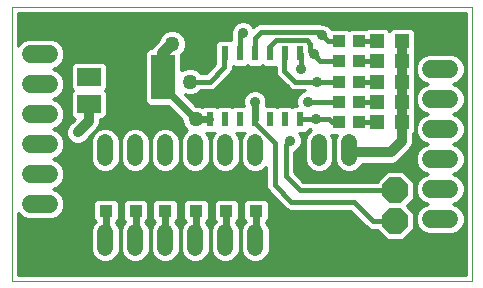
<source format=gtl>
G75*
%MOIN*%
%OFA0B0*%
%FSLAX24Y24*%
%IPPOS*%
%LPD*%
%AMOC8*
5,1,8,0,0,1.08239X$1,22.5*
%
%ADD10C,0.0000*%
%ADD11R,0.0236X0.0472*%
%ADD12C,0.0520*%
%ADD13R,0.0394X0.0433*%
%ADD14R,0.0472X0.0472*%
%ADD15R,0.0433X0.0394*%
%ADD16C,0.0600*%
%ADD17R,0.0787X0.0591*%
%ADD18R,0.0787X0.1496*%
%ADD19OC8,0.0850*%
%ADD20C,0.0160*%
%ADD21C,0.0240*%
%ADD22C,0.0500*%
%ADD23C,0.0356*%
%ADD24C,0.0400*%
%ADD25C,0.0100*%
%ADD26C,0.0320*%
D10*
X000542Y000150D02*
X000542Y009284D01*
X015896Y009284D01*
X015896Y000150D01*
X000542Y000150D01*
D11*
X007152Y005544D03*
X007652Y005544D03*
X008152Y005544D03*
X008652Y005544D03*
X009152Y005544D03*
X009652Y005544D03*
X010152Y005544D03*
X010152Y007748D03*
X009652Y007748D03*
X009152Y007748D03*
X008652Y007748D03*
X008152Y007748D03*
X007652Y007748D03*
X007152Y007748D03*
D12*
X006672Y004784D02*
X006672Y004264D01*
X005672Y004264D02*
X005672Y004784D01*
X004672Y004784D02*
X004672Y004264D01*
X003672Y004264D02*
X003672Y004784D01*
X007672Y004784D02*
X007672Y004264D01*
X008672Y004264D02*
X008672Y004784D01*
X010790Y004784D02*
X010790Y004264D01*
X011790Y004264D02*
X011790Y004784D01*
X011790Y001784D02*
X011790Y001264D01*
X010790Y001264D02*
X010790Y001784D01*
X008672Y001784D02*
X008672Y001264D01*
X007672Y001264D02*
X007672Y001784D01*
X006672Y001784D02*
X006672Y001264D01*
X005672Y001264D02*
X005672Y001784D01*
X004672Y001784D02*
X004672Y001264D01*
X003672Y001264D02*
X003672Y001784D01*
D13*
X011467Y005465D03*
X012136Y005465D03*
X012136Y006134D03*
X011467Y006134D03*
X011467Y006804D03*
X012136Y006804D03*
X012136Y007473D03*
X011467Y007473D03*
X011467Y008142D03*
X012136Y008142D03*
D14*
X012727Y008142D03*
X013554Y008142D03*
X013554Y007473D03*
X012727Y007473D03*
X012727Y006804D03*
X013554Y006804D03*
X013554Y006134D03*
X012727Y006134D03*
X012727Y005465D03*
X013554Y005465D03*
D15*
X008691Y003162D03*
X007707Y003162D03*
X007707Y002493D03*
X008691Y002493D03*
X006684Y002493D03*
X005660Y002493D03*
X004676Y002493D03*
X003691Y002493D03*
X003691Y003162D03*
X004676Y003162D03*
X005660Y003162D03*
X006684Y003162D03*
D16*
X001787Y002717D02*
X001187Y002717D01*
X001187Y001717D02*
X001787Y001717D01*
X001787Y003717D02*
X001187Y003717D01*
X001187Y004717D02*
X001787Y004717D01*
X001787Y005717D02*
X001187Y005717D01*
X001187Y006717D02*
X001787Y006717D01*
X001787Y007717D02*
X001187Y007717D01*
X014533Y007217D02*
X015133Y007217D01*
X015133Y006217D02*
X014533Y006217D01*
X014533Y005217D02*
X015133Y005217D01*
X015133Y004217D02*
X014533Y004217D01*
X014533Y003217D02*
X015133Y003217D01*
X015133Y002217D02*
X014533Y002217D01*
D17*
X003121Y006056D03*
X003121Y006961D03*
X003121Y007867D03*
D18*
X005601Y006961D03*
D19*
X013337Y003181D03*
X013337Y002158D03*
D20*
X012589Y002158D01*
X011959Y002788D01*
X009872Y002788D01*
X009321Y003339D01*
X009321Y004756D01*
X008652Y005426D01*
X008652Y005544D01*
X009676Y004678D02*
X009833Y004835D01*
X009676Y004678D02*
X009676Y003654D01*
X010148Y003181D01*
X013337Y003181D01*
X012727Y005465D02*
X012136Y005465D01*
X011467Y005465D02*
X011211Y005465D01*
X011132Y005544D01*
X010699Y005544D01*
X010152Y005544D01*
X010424Y006134D02*
X011467Y006134D01*
X011428Y006134D01*
X012136Y006134D02*
X012727Y006134D01*
X012727Y006804D02*
X012136Y006804D01*
X011467Y006804D02*
X010739Y006804D01*
X009991Y006804D01*
X009636Y007158D01*
X009636Y007733D01*
X009652Y007748D01*
X009164Y007760D02*
X009164Y007985D01*
X009361Y008181D01*
X010384Y008181D01*
X010502Y008063D01*
X010502Y007827D01*
X010621Y007709D01*
X010837Y007493D01*
X011447Y007493D01*
X011467Y007473D01*
X012136Y007473D02*
X012727Y007473D01*
X012727Y008142D02*
X012136Y008142D01*
X011467Y008142D02*
X011093Y008142D01*
X010896Y008339D01*
X010778Y008457D01*
X008849Y008457D01*
X008652Y008260D01*
X008652Y007748D01*
X009152Y007748D02*
X009164Y007760D01*
X010152Y007748D02*
X010187Y007713D01*
X010187Y007237D01*
X008258Y008418D02*
X008152Y008311D01*
X008152Y007748D01*
X007652Y007748D02*
X007628Y007725D01*
X007628Y007276D01*
X007156Y006804D01*
X006487Y006804D01*
D21*
X005601Y006961D02*
X005601Y006626D01*
X006684Y005544D01*
X007152Y005544D01*
X008652Y005544D02*
X008652Y006134D01*
X008691Y002493D02*
X008691Y001544D01*
X008672Y001524D01*
X007707Y001559D02*
X007672Y001524D01*
X007707Y001559D02*
X007707Y002493D01*
X006684Y002493D02*
X006684Y001536D01*
X006672Y001524D01*
X005672Y001524D02*
X005660Y001536D01*
X005660Y002493D01*
X004676Y002493D02*
X004676Y001528D01*
X004672Y001524D01*
X003691Y001544D02*
X003672Y001524D01*
X003691Y001544D02*
X003691Y002493D01*
D22*
X006684Y005544D03*
X006487Y006804D03*
X005896Y008063D03*
D23*
X007077Y008260D03*
X008258Y008418D03*
X010187Y007237D03*
X010621Y007709D03*
X010896Y008339D03*
X010739Y006804D03*
X010424Y006134D03*
X010699Y005544D03*
X009833Y004835D03*
X008652Y006134D03*
X009282Y006213D03*
X007943Y006134D03*
X003967Y008221D03*
X002392Y008024D03*
X002747Y005111D03*
X002707Y004244D03*
X004203Y003654D03*
X005148Y003654D03*
X006172Y003654D03*
X007195Y003654D03*
X008180Y003654D03*
X009400Y002237D03*
X012510Y003772D03*
X014321Y008142D03*
X002432Y002591D03*
D24*
X005601Y006961D02*
X005601Y007768D01*
X005896Y008063D01*
D25*
X006326Y008227D02*
X007862Y008227D01*
X007857Y008195D02*
X007447Y008195D01*
X007324Y008072D01*
X007324Y007425D01*
X007338Y007411D01*
X007338Y007396D01*
X007036Y007094D01*
X006847Y007094D01*
X006747Y007194D01*
X006578Y007264D01*
X006395Y007264D01*
X006226Y007194D01*
X006205Y007172D01*
X006205Y007721D01*
X006286Y007803D01*
X006356Y007972D01*
X006356Y008155D01*
X006286Y008324D01*
X006157Y008453D01*
X005988Y008523D01*
X005805Y008523D01*
X005636Y008453D01*
X005506Y008324D01*
X005456Y008203D01*
X005253Y008000D01*
X005220Y007919D01*
X005120Y007919D01*
X004997Y007796D01*
X004997Y006126D01*
X005120Y006003D01*
X005758Y006003D01*
X006224Y005537D01*
X006224Y005452D01*
X006294Y005283D01*
X006400Y005177D01*
X006273Y005050D01*
X006202Y004878D01*
X006141Y004878D01*
X006142Y004878D02*
X006070Y005050D01*
X005938Y005182D01*
X005765Y005254D01*
X005578Y005254D01*
X005405Y005182D01*
X005273Y005050D01*
X005202Y004878D01*
X005141Y004878D01*
X005142Y004878D02*
X005070Y005050D01*
X004938Y005182D01*
X004765Y005254D01*
X004578Y005254D01*
X004405Y005182D01*
X004273Y005050D01*
X004202Y004878D01*
X004141Y004878D01*
X004142Y004878D02*
X004070Y005050D01*
X003938Y005182D01*
X003765Y005254D01*
X003578Y005254D01*
X003405Y005182D01*
X003273Y005050D01*
X003202Y004878D01*
X003063Y004878D01*
X003076Y004891D02*
X003094Y004935D01*
X003434Y005275D01*
X003491Y005411D01*
X003491Y005550D01*
X003601Y005550D01*
X003724Y005673D01*
X003724Y006438D01*
X003654Y006508D01*
X003724Y006579D01*
X003724Y007343D01*
X003601Y007466D01*
X002640Y007466D01*
X002517Y007343D01*
X002517Y006579D01*
X002587Y006508D01*
X002517Y006438D01*
X002517Y005673D01*
X002640Y005550D01*
X002663Y005550D01*
X002570Y005458D01*
X002527Y005440D01*
X002417Y005330D01*
X002358Y005188D01*
X002358Y005033D01*
X002417Y004891D01*
X002527Y004782D01*
X002669Y004723D01*
X002824Y004723D01*
X002966Y004782D01*
X003076Y004891D01*
X003136Y004977D02*
X003243Y004977D01*
X003234Y005075D02*
X003298Y005075D01*
X003333Y005174D02*
X003397Y005174D01*
X003431Y005272D02*
X006305Y005272D01*
X006257Y005371D02*
X003474Y005371D01*
X003491Y005469D02*
X006224Y005469D01*
X006193Y005568D02*
X003618Y005568D01*
X003717Y005666D02*
X006095Y005666D01*
X005996Y005765D02*
X003724Y005765D01*
X003724Y005863D02*
X005898Y005863D01*
X005799Y005962D02*
X003724Y005962D01*
X003724Y006060D02*
X005063Y006060D01*
X004997Y006159D02*
X003724Y006159D01*
X003724Y006257D02*
X004997Y006257D01*
X004997Y006356D02*
X003724Y006356D01*
X003708Y006454D02*
X004997Y006454D01*
X004997Y006553D02*
X003698Y006553D01*
X003724Y006651D02*
X004997Y006651D01*
X004997Y006750D02*
X003724Y006750D01*
X003724Y006848D02*
X004997Y006848D01*
X004997Y006947D02*
X003724Y006947D01*
X003724Y007045D02*
X004997Y007045D01*
X004997Y007144D02*
X003724Y007144D01*
X003724Y007242D02*
X004997Y007242D01*
X004997Y007341D02*
X003724Y007341D01*
X003628Y007439D02*
X004997Y007439D01*
X004997Y007538D02*
X002264Y007538D01*
X002297Y007615D02*
X002219Y007428D01*
X002076Y007285D01*
X001912Y007217D01*
X002076Y007149D01*
X002219Y007006D01*
X002297Y006818D01*
X002297Y006615D01*
X002219Y006428D01*
X002076Y006285D01*
X001912Y006217D01*
X002076Y006149D01*
X002219Y006006D01*
X002297Y005818D01*
X002297Y005615D01*
X002219Y005428D01*
X002076Y005285D01*
X001912Y005217D01*
X002076Y005149D01*
X002219Y005006D01*
X002297Y004818D01*
X002297Y004615D01*
X002219Y004428D01*
X002076Y004285D01*
X001912Y004217D01*
X002076Y004149D01*
X002219Y004006D01*
X002297Y003818D01*
X002297Y003615D01*
X002219Y003428D01*
X002076Y003285D01*
X001912Y003217D01*
X002076Y003149D01*
X002219Y003006D01*
X002297Y002818D01*
X002297Y002615D01*
X002219Y002428D01*
X002076Y002285D01*
X001888Y002207D01*
X001085Y002207D01*
X000898Y002285D01*
X000754Y002428D01*
X000752Y002434D01*
X000752Y000360D01*
X015686Y000360D01*
X015686Y009074D01*
X000752Y009074D01*
X000752Y008000D01*
X000754Y008006D01*
X000898Y008149D01*
X001085Y008227D01*
X001888Y008227D01*
X002076Y008149D01*
X002219Y008006D01*
X002297Y007818D01*
X002297Y007615D01*
X002297Y007636D02*
X004997Y007636D01*
X004997Y007735D02*
X002297Y007735D01*
X002291Y007833D02*
X005034Y007833D01*
X005225Y007932D02*
X002250Y007932D01*
X002195Y008030D02*
X005283Y008030D01*
X005381Y008129D02*
X002096Y008129D01*
X002224Y007439D02*
X002613Y007439D01*
X002517Y007341D02*
X002132Y007341D01*
X001973Y007242D02*
X002517Y007242D01*
X002517Y007144D02*
X002081Y007144D01*
X002180Y007045D02*
X002517Y007045D01*
X002517Y006947D02*
X002244Y006947D01*
X002284Y006848D02*
X002517Y006848D01*
X002517Y006750D02*
X002297Y006750D01*
X002297Y006651D02*
X002517Y006651D01*
X002543Y006553D02*
X002271Y006553D01*
X002230Y006454D02*
X002533Y006454D01*
X002517Y006356D02*
X002147Y006356D01*
X002009Y006257D02*
X002517Y006257D01*
X002517Y006159D02*
X002053Y006159D01*
X002165Y006060D02*
X002517Y006060D01*
X002517Y005962D02*
X002237Y005962D01*
X002278Y005863D02*
X002517Y005863D01*
X002517Y005765D02*
X002297Y005765D01*
X002297Y005666D02*
X002524Y005666D01*
X002623Y005568D02*
X002277Y005568D01*
X002236Y005469D02*
X002582Y005469D01*
X002458Y005371D02*
X002161Y005371D01*
X002045Y005272D02*
X002393Y005272D01*
X002358Y005174D02*
X002017Y005174D01*
X002150Y005075D02*
X002358Y005075D01*
X002382Y004977D02*
X002231Y004977D01*
X002272Y004878D02*
X002430Y004878D01*
X002532Y004780D02*
X002297Y004780D01*
X002297Y004681D02*
X003202Y004681D01*
X003202Y004583D02*
X002283Y004583D01*
X002242Y004484D02*
X003202Y004484D01*
X003202Y004386D02*
X002176Y004386D01*
X002078Y004287D02*
X003202Y004287D01*
X003202Y004189D02*
X001981Y004189D01*
X002135Y004090D02*
X003235Y004090D01*
X003202Y004171D02*
X003273Y003998D01*
X003405Y003866D01*
X003578Y003794D01*
X003765Y003794D01*
X003938Y003866D01*
X004070Y003998D01*
X004142Y004171D01*
X004142Y004878D01*
X004202Y004878D02*
X004202Y004171D01*
X004273Y003998D01*
X004405Y003866D01*
X004578Y003794D01*
X004765Y003794D01*
X004938Y003866D01*
X005070Y003998D01*
X005142Y004171D01*
X005142Y004878D01*
X005202Y004878D02*
X005202Y004171D01*
X005273Y003998D01*
X005405Y003866D01*
X005578Y003794D01*
X005765Y003794D01*
X005938Y003866D01*
X006070Y003998D01*
X006142Y004171D01*
X006142Y004878D01*
X006202Y004878D02*
X006202Y004171D01*
X006273Y003998D01*
X006405Y003866D01*
X006578Y003794D01*
X006765Y003794D01*
X006938Y003866D01*
X007070Y003998D01*
X007142Y004171D01*
X007142Y004878D01*
X007141Y004878D02*
X007202Y004878D01*
X007202Y004171D01*
X007273Y003998D01*
X007405Y003866D01*
X007578Y003794D01*
X007765Y003794D01*
X007938Y003866D01*
X008070Y003998D01*
X008142Y004171D01*
X008142Y004878D01*
X008141Y004878D02*
X008202Y004878D01*
X008202Y004171D01*
X008273Y003998D01*
X008405Y003866D01*
X008578Y003794D01*
X008765Y003794D01*
X008938Y003866D01*
X009031Y003959D01*
X009031Y003281D01*
X009075Y003175D01*
X009627Y002624D01*
X009708Y002542D01*
X009815Y002498D01*
X011839Y002498D01*
X012425Y001912D01*
X012531Y001868D01*
X012729Y001868D01*
X013074Y001523D01*
X013600Y001523D01*
X013972Y001895D01*
X013972Y002421D01*
X013723Y002670D01*
X013972Y002918D01*
X013972Y003445D01*
X013600Y003816D01*
X013074Y003816D01*
X012729Y003471D01*
X010268Y003471D01*
X009966Y003774D01*
X009966Y004470D01*
X010053Y004506D01*
X010162Y004615D01*
X010221Y004758D01*
X010221Y004912D01*
X010162Y005055D01*
X010120Y005097D01*
X010357Y005097D01*
X010477Y005217D01*
X010479Y005215D01*
X010540Y005189D01*
X010524Y005182D01*
X010391Y005050D01*
X010320Y004878D01*
X010221Y004878D01*
X010221Y004780D02*
X010320Y004780D01*
X010320Y004878D02*
X010320Y004171D01*
X010391Y003998D01*
X010524Y003866D01*
X010696Y003794D01*
X010883Y003794D01*
X011056Y003866D01*
X011188Y003998D01*
X011260Y004171D01*
X011260Y004878D01*
X011320Y004878D01*
X011320Y004171D01*
X011391Y003998D01*
X011524Y003866D01*
X011696Y003794D01*
X011883Y003794D01*
X012056Y003866D01*
X012188Y003998D01*
X012219Y004071D01*
X013253Y004071D01*
X013389Y004128D01*
X013493Y004232D01*
X013867Y004606D01*
X013924Y004742D01*
X013924Y005066D01*
X014000Y005142D01*
X014000Y005788D01*
X013988Y005800D01*
X014000Y005811D01*
X014000Y006457D01*
X013988Y006469D01*
X014000Y006480D01*
X014000Y007127D01*
X013988Y007138D01*
X014000Y007150D01*
X014000Y007796D01*
X013988Y007807D01*
X014000Y007819D01*
X014000Y008465D01*
X013877Y008588D01*
X013230Y008588D01*
X013140Y008498D01*
X013050Y008588D01*
X012404Y008588D01*
X012384Y008569D01*
X011852Y008569D01*
X011802Y008518D01*
X011751Y008569D01*
X011215Y008569D01*
X011116Y008668D01*
X010973Y008727D01*
X010884Y008727D01*
X010836Y008747D01*
X008791Y008747D01*
X008685Y008703D01*
X008603Y008621D01*
X008594Y008621D01*
X008597Y008615D02*
X008587Y008638D01*
X008478Y008747D01*
X008336Y008806D01*
X008181Y008806D01*
X008038Y008747D01*
X007929Y008638D01*
X007870Y008495D01*
X007870Y008389D01*
X007862Y008369D01*
X007862Y008190D01*
X007857Y008195D01*
X007862Y008326D02*
X006285Y008326D01*
X006186Y008424D02*
X007870Y008424D01*
X007882Y008523D02*
X005990Y008523D01*
X005803Y008523D02*
X000752Y008523D01*
X000752Y008621D02*
X007922Y008621D01*
X008011Y008720D02*
X000752Y008720D01*
X000752Y008818D02*
X015686Y008818D01*
X015686Y008720D02*
X010992Y008720D01*
X011163Y008621D02*
X015686Y008621D01*
X015686Y008523D02*
X013943Y008523D01*
X014000Y008424D02*
X015686Y008424D01*
X015686Y008326D02*
X014000Y008326D01*
X014000Y008227D02*
X015686Y008227D01*
X015686Y008129D02*
X014000Y008129D01*
X014000Y008030D02*
X015686Y008030D01*
X015686Y007932D02*
X014000Y007932D01*
X014000Y007833D02*
X015686Y007833D01*
X015686Y007735D02*
X014000Y007735D01*
X014000Y007636D02*
X014231Y007636D01*
X014244Y007649D02*
X014101Y007506D01*
X014023Y007318D01*
X014023Y007115D01*
X014101Y006928D01*
X014244Y006785D01*
X014408Y006717D01*
X014244Y006649D01*
X014101Y006506D01*
X014023Y006318D01*
X014023Y006115D01*
X014101Y005928D01*
X014244Y005785D01*
X014408Y005717D01*
X014244Y005649D01*
X014101Y005506D01*
X014023Y005318D01*
X014023Y005115D01*
X014101Y004928D01*
X014244Y004785D01*
X014408Y004717D01*
X014244Y004649D01*
X014101Y004506D01*
X014023Y004318D01*
X014023Y004115D01*
X014101Y003928D01*
X014244Y003785D01*
X014408Y003717D01*
X014244Y003649D01*
X014101Y003506D01*
X014023Y003318D01*
X014023Y003115D01*
X014101Y002928D01*
X014244Y002785D01*
X014408Y002717D01*
X014244Y002649D01*
X014101Y002506D01*
X014023Y002318D01*
X014023Y002115D01*
X014101Y001928D01*
X014244Y001785D01*
X014432Y001707D01*
X015235Y001707D01*
X015422Y001785D01*
X015565Y001928D01*
X015643Y002115D01*
X015643Y002318D01*
X015565Y002506D01*
X015422Y002649D01*
X015259Y002717D01*
X015422Y002785D01*
X015565Y002928D01*
X015643Y003115D01*
X015643Y003318D01*
X015565Y003506D01*
X015422Y003649D01*
X015259Y003717D01*
X015422Y003785D01*
X015565Y003928D01*
X015643Y004115D01*
X015643Y004318D01*
X015565Y004506D01*
X015422Y004649D01*
X015259Y004717D01*
X015422Y004785D01*
X015565Y004928D01*
X015643Y005115D01*
X015643Y005318D01*
X015565Y005506D01*
X015422Y005649D01*
X015259Y005717D01*
X015422Y005785D01*
X015565Y005928D01*
X015643Y006115D01*
X015643Y006318D01*
X015565Y006506D01*
X015422Y006649D01*
X015259Y006717D01*
X015422Y006785D01*
X015565Y006928D01*
X015643Y007115D01*
X015643Y007318D01*
X015565Y007506D01*
X015422Y007649D01*
X015235Y007727D01*
X014432Y007727D01*
X014244Y007649D01*
X014132Y007538D02*
X014000Y007538D01*
X014000Y007439D02*
X014073Y007439D01*
X014032Y007341D02*
X014000Y007341D01*
X014000Y007242D02*
X014023Y007242D01*
X014023Y007144D02*
X013994Y007144D01*
X014000Y007045D02*
X014052Y007045D01*
X014093Y006947D02*
X014000Y006947D01*
X014000Y006848D02*
X014181Y006848D01*
X014329Y006750D02*
X014000Y006750D01*
X014000Y006651D02*
X014248Y006651D01*
X014147Y006553D02*
X014000Y006553D01*
X014000Y006454D02*
X014079Y006454D01*
X014039Y006356D02*
X014000Y006356D01*
X014000Y006257D02*
X014023Y006257D01*
X014023Y006159D02*
X014000Y006159D01*
X014000Y006060D02*
X014046Y006060D01*
X014087Y005962D02*
X014000Y005962D01*
X014000Y005863D02*
X014166Y005863D01*
X014293Y005765D02*
X014000Y005765D01*
X014000Y005666D02*
X014285Y005666D01*
X014162Y005568D02*
X014000Y005568D01*
X014000Y005469D02*
X014086Y005469D01*
X014045Y005371D02*
X014000Y005371D01*
X014000Y005272D02*
X014023Y005272D01*
X014023Y005174D02*
X014000Y005174D01*
X014040Y005075D02*
X013933Y005075D01*
X013924Y004977D02*
X014081Y004977D01*
X014151Y004878D02*
X013924Y004878D01*
X013924Y004780D02*
X014256Y004780D01*
X014321Y004681D02*
X013898Y004681D01*
X013844Y004583D02*
X014177Y004583D01*
X014092Y004484D02*
X013746Y004484D01*
X013647Y004386D02*
X014051Y004386D01*
X014023Y004287D02*
X013549Y004287D01*
X013450Y004189D02*
X014023Y004189D01*
X014034Y004090D02*
X013298Y004090D01*
X013052Y003795D02*
X011884Y003795D01*
X011695Y003795D02*
X010884Y003795D01*
X010695Y003795D02*
X009966Y003795D01*
X009966Y003893D02*
X010496Y003893D01*
X010398Y003992D02*
X009966Y003992D01*
X009966Y004090D02*
X010353Y004090D01*
X010320Y004189D02*
X009966Y004189D01*
X009966Y004287D02*
X010320Y004287D01*
X010320Y004386D02*
X009966Y004386D01*
X010000Y004484D02*
X010320Y004484D01*
X010320Y004583D02*
X010129Y004583D01*
X010189Y004681D02*
X010320Y004681D01*
X010361Y004977D02*
X010195Y004977D01*
X010142Y005075D02*
X010416Y005075D01*
X010433Y005174D02*
X010515Y005174D01*
X011193Y005038D02*
X011260Y004878D01*
X011320Y004878D02*
X011386Y005038D01*
X011193Y005038D01*
X011219Y004977D02*
X011361Y004977D01*
X011320Y004780D02*
X011260Y004780D01*
X011260Y004681D02*
X011320Y004681D01*
X011320Y004583D02*
X011260Y004583D01*
X011260Y004484D02*
X011320Y004484D01*
X011320Y004386D02*
X011260Y004386D01*
X011260Y004287D02*
X011320Y004287D01*
X011320Y004189D02*
X011260Y004189D01*
X011226Y004090D02*
X011353Y004090D01*
X011398Y003992D02*
X011182Y003992D01*
X011083Y003893D02*
X011496Y003893D01*
X012083Y003893D02*
X014136Y003893D01*
X014074Y003992D02*
X012182Y003992D01*
X012855Y003598D02*
X010142Y003598D01*
X010044Y003696D02*
X012954Y003696D01*
X012757Y003499D02*
X010241Y003499D01*
X009342Y002908D02*
X002260Y002908D01*
X002297Y002810D02*
X003298Y002810D01*
X003265Y002776D02*
X003265Y002209D01*
X003348Y002125D01*
X003273Y002050D01*
X003202Y001878D01*
X003202Y001171D01*
X003273Y000998D01*
X003405Y000866D01*
X003578Y000794D01*
X003765Y000794D01*
X003938Y000866D01*
X004070Y000998D01*
X004142Y001171D01*
X004142Y001878D01*
X004070Y002050D01*
X004021Y002099D01*
X004021Y002112D01*
X004118Y002209D01*
X004118Y002776D01*
X003995Y002899D01*
X003388Y002899D01*
X003265Y002776D01*
X003265Y002711D02*
X002297Y002711D01*
X002295Y002613D02*
X003265Y002613D01*
X003265Y002514D02*
X002255Y002514D01*
X002206Y002416D02*
X003265Y002416D01*
X003265Y002317D02*
X002108Y002317D01*
X001916Y002219D02*
X003265Y002219D01*
X003343Y002120D02*
X000752Y002120D01*
X000752Y002022D02*
X003261Y002022D01*
X003221Y001923D02*
X000752Y001923D01*
X000752Y001825D02*
X003202Y001825D01*
X003202Y001726D02*
X000752Y001726D01*
X000752Y001628D02*
X003202Y001628D01*
X003202Y001529D02*
X000752Y001529D01*
X000752Y001431D02*
X003202Y001431D01*
X003202Y001332D02*
X000752Y001332D01*
X000752Y001234D02*
X003202Y001234D01*
X003216Y001135D02*
X000752Y001135D01*
X000752Y001037D02*
X003257Y001037D01*
X003333Y000938D02*
X000752Y000938D01*
X000752Y000840D02*
X003468Y000840D01*
X003875Y000840D02*
X004468Y000840D01*
X004405Y000866D02*
X004578Y000794D01*
X004765Y000794D01*
X004938Y000866D01*
X005070Y000998D01*
X005142Y001171D01*
X005142Y001878D01*
X005070Y002050D01*
X005007Y002113D01*
X005102Y002209D01*
X005102Y002776D01*
X004979Y002899D01*
X004372Y002899D01*
X004249Y002776D01*
X004249Y002209D01*
X004340Y002117D01*
X004273Y002050D01*
X004202Y001878D01*
X004202Y001171D01*
X004273Y000998D01*
X004405Y000866D01*
X004333Y000938D02*
X004010Y000938D01*
X004086Y001037D02*
X004257Y001037D01*
X004216Y001135D02*
X004127Y001135D01*
X004142Y001234D02*
X004202Y001234D01*
X004202Y001332D02*
X004142Y001332D01*
X004142Y001431D02*
X004202Y001431D01*
X004202Y001529D02*
X004142Y001529D01*
X004142Y001628D02*
X004202Y001628D01*
X004202Y001726D02*
X004142Y001726D01*
X004142Y001825D02*
X004202Y001825D01*
X004221Y001923D02*
X004123Y001923D01*
X004082Y002022D02*
X004261Y002022D01*
X004338Y002120D02*
X004029Y002120D01*
X004118Y002219D02*
X004249Y002219D01*
X004249Y002317D02*
X004118Y002317D01*
X004118Y002416D02*
X004249Y002416D01*
X004249Y002514D02*
X004118Y002514D01*
X004118Y002613D02*
X004249Y002613D01*
X004249Y002711D02*
X004118Y002711D01*
X004085Y002810D02*
X004282Y002810D01*
X005069Y002810D02*
X005267Y002810D01*
X005233Y002776D02*
X005233Y002209D01*
X005330Y002112D01*
X005330Y002107D01*
X005273Y002050D01*
X005202Y001878D01*
X005202Y001171D01*
X005273Y000998D01*
X005405Y000866D01*
X005578Y000794D01*
X005765Y000794D01*
X005938Y000866D01*
X006070Y000998D01*
X006142Y001171D01*
X006142Y001878D01*
X006070Y002050D01*
X005999Y002121D01*
X006086Y002209D01*
X006086Y002776D01*
X005963Y002899D01*
X005356Y002899D01*
X005233Y002776D01*
X005233Y002711D02*
X005102Y002711D01*
X005102Y002613D02*
X005233Y002613D01*
X005233Y002514D02*
X005102Y002514D01*
X005102Y002416D02*
X005233Y002416D01*
X005233Y002317D02*
X005102Y002317D01*
X005102Y002219D02*
X005233Y002219D01*
X005322Y002120D02*
X005013Y002120D01*
X005082Y002022D02*
X005261Y002022D01*
X005221Y001923D02*
X005123Y001923D01*
X005142Y001825D02*
X005202Y001825D01*
X005202Y001726D02*
X005142Y001726D01*
X005142Y001628D02*
X005202Y001628D01*
X005202Y001529D02*
X005142Y001529D01*
X005142Y001431D02*
X005202Y001431D01*
X005202Y001332D02*
X005142Y001332D01*
X005142Y001234D02*
X005202Y001234D01*
X005216Y001135D02*
X005127Y001135D01*
X005086Y001037D02*
X005257Y001037D01*
X005333Y000938D02*
X005010Y000938D01*
X004875Y000840D02*
X005468Y000840D01*
X005875Y000840D02*
X006468Y000840D01*
X006405Y000866D02*
X006578Y000794D01*
X006765Y000794D01*
X006938Y000866D01*
X007070Y000998D01*
X007142Y001171D01*
X007142Y001878D01*
X007070Y002050D01*
X007014Y002107D01*
X007014Y002112D01*
X007110Y002209D01*
X007110Y002776D01*
X006987Y002899D01*
X006380Y002899D01*
X006257Y002776D01*
X006257Y002209D01*
X006344Y002121D01*
X006273Y002050D01*
X006202Y001878D01*
X006202Y001171D01*
X006273Y000998D01*
X006405Y000866D01*
X006333Y000938D02*
X006010Y000938D01*
X006086Y001037D02*
X006257Y001037D01*
X006216Y001135D02*
X006127Y001135D01*
X006142Y001234D02*
X006202Y001234D01*
X006202Y001332D02*
X006142Y001332D01*
X006142Y001431D02*
X006202Y001431D01*
X006202Y001529D02*
X006142Y001529D01*
X006142Y001628D02*
X006202Y001628D01*
X006202Y001726D02*
X006142Y001726D01*
X006142Y001825D02*
X006202Y001825D01*
X006221Y001923D02*
X006123Y001923D01*
X006082Y002022D02*
X006261Y002022D01*
X006343Y002120D02*
X006000Y002120D01*
X006086Y002219D02*
X006257Y002219D01*
X006257Y002317D02*
X006086Y002317D01*
X006086Y002416D02*
X006257Y002416D01*
X006257Y002514D02*
X006086Y002514D01*
X006086Y002613D02*
X006257Y002613D01*
X006257Y002711D02*
X006086Y002711D01*
X006053Y002810D02*
X006290Y002810D01*
X007077Y002810D02*
X007314Y002810D01*
X007281Y002776D02*
X007281Y002209D01*
X007356Y002133D01*
X007273Y002050D01*
X007202Y001878D01*
X007202Y001171D01*
X007273Y000998D01*
X007405Y000866D01*
X007578Y000794D01*
X007765Y000794D01*
X007938Y000866D01*
X008070Y000998D01*
X008142Y001171D01*
X008142Y001878D01*
X008070Y002050D01*
X008037Y002083D01*
X008037Y002112D01*
X008134Y002209D01*
X008134Y002776D01*
X008011Y002899D01*
X007404Y002899D01*
X007281Y002776D01*
X007281Y002711D02*
X007110Y002711D01*
X007110Y002613D02*
X007281Y002613D01*
X007281Y002514D02*
X007110Y002514D01*
X007110Y002416D02*
X007281Y002416D01*
X007281Y002317D02*
X007110Y002317D01*
X007110Y002219D02*
X007281Y002219D01*
X007343Y002120D02*
X007021Y002120D01*
X007082Y002022D02*
X007261Y002022D01*
X007221Y001923D02*
X007123Y001923D01*
X007142Y001825D02*
X007202Y001825D01*
X007202Y001726D02*
X007142Y001726D01*
X007142Y001628D02*
X007202Y001628D01*
X007202Y001529D02*
X007142Y001529D01*
X007142Y001431D02*
X007202Y001431D01*
X007202Y001332D02*
X007142Y001332D01*
X007142Y001234D02*
X007202Y001234D01*
X007216Y001135D02*
X007127Y001135D01*
X007086Y001037D02*
X007257Y001037D01*
X007333Y000938D02*
X007010Y000938D01*
X006875Y000840D02*
X007468Y000840D01*
X007875Y000840D02*
X008468Y000840D01*
X008405Y000866D02*
X008578Y000794D01*
X008765Y000794D01*
X008938Y000866D01*
X009070Y000998D01*
X009142Y001171D01*
X009142Y001878D01*
X009070Y002050D01*
X009021Y002099D01*
X009021Y002112D01*
X009118Y002209D01*
X009118Y002776D01*
X008995Y002899D01*
X008388Y002899D01*
X008265Y002776D01*
X008265Y002209D01*
X008348Y002125D01*
X008273Y002050D01*
X008202Y001878D01*
X008202Y001171D01*
X008273Y000998D01*
X008405Y000866D01*
X008333Y000938D02*
X008010Y000938D01*
X008086Y001037D02*
X008257Y001037D01*
X008216Y001135D02*
X008127Y001135D01*
X008142Y001234D02*
X008202Y001234D01*
X008202Y001332D02*
X008142Y001332D01*
X008142Y001431D02*
X008202Y001431D01*
X008202Y001529D02*
X008142Y001529D01*
X008142Y001628D02*
X008202Y001628D01*
X008202Y001726D02*
X008142Y001726D01*
X008142Y001825D02*
X008202Y001825D01*
X008221Y001923D02*
X008123Y001923D01*
X008082Y002022D02*
X008261Y002022D01*
X008343Y002120D02*
X008045Y002120D01*
X008134Y002219D02*
X008265Y002219D01*
X008265Y002317D02*
X008134Y002317D01*
X008134Y002416D02*
X008265Y002416D01*
X008265Y002514D02*
X008134Y002514D01*
X008134Y002613D02*
X008265Y002613D01*
X008265Y002711D02*
X008134Y002711D01*
X008101Y002810D02*
X008298Y002810D01*
X009085Y002810D02*
X009441Y002810D01*
X009539Y002711D02*
X009118Y002711D01*
X009118Y002613D02*
X009638Y002613D01*
X009776Y002514D02*
X009118Y002514D01*
X009118Y002416D02*
X011921Y002416D01*
X012020Y002317D02*
X009118Y002317D01*
X009118Y002219D02*
X012118Y002219D01*
X012217Y002120D02*
X009029Y002120D01*
X009082Y002022D02*
X012315Y002022D01*
X012414Y001923D02*
X009123Y001923D01*
X009142Y001825D02*
X012772Y001825D01*
X012871Y001726D02*
X009142Y001726D01*
X009142Y001628D02*
X012969Y001628D01*
X013068Y001529D02*
X009142Y001529D01*
X009142Y001431D02*
X015686Y001431D01*
X015686Y001529D02*
X013606Y001529D01*
X013705Y001628D02*
X015686Y001628D01*
X015686Y001726D02*
X015281Y001726D01*
X015462Y001825D02*
X015686Y001825D01*
X015686Y001923D02*
X015560Y001923D01*
X015604Y002022D02*
X015686Y002022D01*
X015686Y002120D02*
X015643Y002120D01*
X015643Y002219D02*
X015686Y002219D01*
X015686Y002317D02*
X015643Y002317D01*
X015603Y002416D02*
X015686Y002416D01*
X015686Y002514D02*
X015557Y002514D01*
X015459Y002613D02*
X015686Y002613D01*
X015686Y002711D02*
X015273Y002711D01*
X015447Y002810D02*
X015686Y002810D01*
X015686Y002908D02*
X015545Y002908D01*
X015598Y003007D02*
X015686Y003007D01*
X015686Y003105D02*
X015639Y003105D01*
X015643Y003204D02*
X015686Y003204D01*
X015686Y003302D02*
X015643Y003302D01*
X015609Y003401D02*
X015686Y003401D01*
X015686Y003499D02*
X015568Y003499D01*
X015474Y003598D02*
X015686Y003598D01*
X015686Y003696D02*
X015309Y003696D01*
X015432Y003795D02*
X015686Y003795D01*
X015686Y003893D02*
X015530Y003893D01*
X015592Y003992D02*
X015686Y003992D01*
X015686Y004090D02*
X015633Y004090D01*
X015643Y004189D02*
X015686Y004189D01*
X015686Y004287D02*
X015643Y004287D01*
X015615Y004386D02*
X015686Y004386D01*
X015686Y004484D02*
X015575Y004484D01*
X015489Y004583D02*
X015686Y004583D01*
X015686Y004681D02*
X015345Y004681D01*
X015410Y004780D02*
X015686Y004780D01*
X015686Y004878D02*
X015515Y004878D01*
X015586Y004977D02*
X015686Y004977D01*
X015686Y005075D02*
X015626Y005075D01*
X015643Y005174D02*
X015686Y005174D01*
X015686Y005272D02*
X015643Y005272D01*
X015622Y005371D02*
X015686Y005371D01*
X015686Y005469D02*
X015581Y005469D01*
X015504Y005568D02*
X015686Y005568D01*
X015686Y005666D02*
X015382Y005666D01*
X015374Y005765D02*
X015686Y005765D01*
X015686Y005863D02*
X015500Y005863D01*
X015579Y005962D02*
X015686Y005962D01*
X015686Y006060D02*
X015620Y006060D01*
X015643Y006159D02*
X015686Y006159D01*
X015686Y006257D02*
X015643Y006257D01*
X015628Y006356D02*
X015686Y006356D01*
X015686Y006454D02*
X015587Y006454D01*
X015519Y006553D02*
X015686Y006553D01*
X015686Y006651D02*
X015418Y006651D01*
X015337Y006750D02*
X015686Y006750D01*
X015686Y006848D02*
X015485Y006848D01*
X015573Y006947D02*
X015686Y006947D01*
X015686Y007045D02*
X015614Y007045D01*
X015643Y007144D02*
X015686Y007144D01*
X015686Y007242D02*
X015643Y007242D01*
X015634Y007341D02*
X015686Y007341D01*
X015686Y007439D02*
X015593Y007439D01*
X015534Y007538D02*
X015686Y007538D01*
X015686Y007636D02*
X015435Y007636D01*
X015686Y008917D02*
X000752Y008917D01*
X000752Y009015D02*
X015686Y009015D01*
X013165Y008523D02*
X013116Y008523D01*
X011806Y008523D02*
X011797Y008523D01*
X009346Y007302D02*
X009346Y007100D01*
X009390Y006994D01*
X009745Y006639D01*
X009826Y006558D01*
X009933Y006514D01*
X010325Y006514D01*
X010204Y006463D01*
X010095Y006354D01*
X010036Y006211D01*
X010036Y006057D01*
X010063Y005990D01*
X009947Y005990D01*
X009902Y005945D01*
X009857Y005990D01*
X009447Y005990D01*
X009402Y005945D01*
X009357Y005990D01*
X009012Y005990D01*
X009040Y006057D01*
X009040Y006211D01*
X008981Y006354D01*
X008872Y006463D01*
X008729Y006522D01*
X008575Y006522D01*
X008432Y006463D01*
X008323Y006354D01*
X008264Y006211D01*
X008264Y006057D01*
X008292Y005990D01*
X007947Y005990D01*
X007902Y005945D01*
X007857Y005990D01*
X007447Y005990D01*
X007402Y005945D01*
X007357Y005990D01*
X006947Y005990D01*
X006906Y005949D01*
X006775Y006004D01*
X006690Y006004D01*
X006319Y006375D01*
X006395Y006344D01*
X006578Y006344D01*
X006747Y006414D01*
X006847Y006514D01*
X007214Y006514D01*
X007320Y006558D01*
X007793Y007030D01*
X007874Y007112D01*
X007918Y007218D01*
X007918Y007331D01*
X007947Y007302D01*
X008357Y007302D01*
X008402Y007347D01*
X008447Y007302D01*
X008857Y007302D01*
X008902Y007347D01*
X008947Y007302D01*
X009346Y007302D01*
X009346Y007242D02*
X007918Y007242D01*
X007887Y007144D02*
X009346Y007144D01*
X009369Y007045D02*
X007808Y007045D01*
X007709Y006947D02*
X009438Y006947D01*
X009536Y006848D02*
X007611Y006848D01*
X007512Y006750D02*
X009635Y006750D01*
X009733Y006651D02*
X007414Y006651D01*
X007308Y006553D02*
X009839Y006553D01*
X010096Y006356D02*
X008980Y006356D01*
X009021Y006257D02*
X010054Y006257D01*
X010036Y006159D02*
X009040Y006159D01*
X009040Y006060D02*
X010036Y006060D01*
X009919Y005962D02*
X009886Y005962D01*
X009419Y005962D02*
X009386Y005962D01*
X008881Y006454D02*
X010195Y006454D01*
X008909Y007341D02*
X008895Y007341D01*
X008409Y007341D02*
X008395Y007341D01*
X007324Y007439D02*
X006205Y007439D01*
X006205Y007341D02*
X007283Y007341D01*
X007184Y007242D02*
X006630Y007242D01*
X006797Y007144D02*
X007086Y007144D01*
X007324Y007538D02*
X006205Y007538D01*
X006205Y007636D02*
X007324Y007636D01*
X007324Y007735D02*
X006218Y007735D01*
X006299Y007833D02*
X007324Y007833D01*
X007324Y007932D02*
X006339Y007932D01*
X006356Y008030D02*
X007324Y008030D01*
X007381Y008129D02*
X006356Y008129D01*
X005606Y008424D02*
X000752Y008424D01*
X000752Y008326D02*
X005508Y008326D01*
X005466Y008227D02*
X000752Y008227D01*
X000752Y008129D02*
X000877Y008129D01*
X000779Y008030D02*
X000752Y008030D01*
X003947Y005174D02*
X004397Y005174D01*
X004298Y005075D02*
X004045Y005075D01*
X004101Y004977D02*
X004243Y004977D01*
X004202Y004780D02*
X004142Y004780D01*
X004142Y004681D02*
X004202Y004681D01*
X004202Y004583D02*
X004142Y004583D01*
X004142Y004484D02*
X004202Y004484D01*
X004202Y004386D02*
X004142Y004386D01*
X004142Y004287D02*
X004202Y004287D01*
X004202Y004189D02*
X004142Y004189D01*
X004108Y004090D02*
X004235Y004090D01*
X004280Y003992D02*
X004064Y003992D01*
X003965Y003893D02*
X004378Y003893D01*
X004577Y003795D02*
X003766Y003795D01*
X003577Y003795D02*
X002297Y003795D01*
X002297Y003696D02*
X009031Y003696D01*
X009031Y003795D02*
X008766Y003795D01*
X008577Y003795D02*
X007766Y003795D01*
X007577Y003795D02*
X006766Y003795D01*
X006577Y003795D02*
X005766Y003795D01*
X005577Y003795D02*
X004766Y003795D01*
X004965Y003893D02*
X005378Y003893D01*
X005280Y003992D02*
X005064Y003992D01*
X005108Y004090D02*
X005235Y004090D01*
X005202Y004189D02*
X005142Y004189D01*
X005142Y004287D02*
X005202Y004287D01*
X005202Y004386D02*
X005142Y004386D01*
X005142Y004484D02*
X005202Y004484D01*
X005202Y004583D02*
X005142Y004583D01*
X005142Y004681D02*
X005202Y004681D01*
X005202Y004780D02*
X005142Y004780D01*
X005101Y004977D02*
X005243Y004977D01*
X005298Y005075D02*
X005045Y005075D01*
X004947Y005174D02*
X005397Y005174D01*
X005947Y005174D02*
X006397Y005174D01*
X006298Y005075D02*
X006045Y005075D01*
X006101Y004977D02*
X006243Y004977D01*
X006202Y004780D02*
X006142Y004780D01*
X006142Y004681D02*
X006202Y004681D01*
X006202Y004583D02*
X006142Y004583D01*
X006142Y004484D02*
X006202Y004484D01*
X006202Y004386D02*
X006142Y004386D01*
X006142Y004287D02*
X006202Y004287D01*
X006202Y004189D02*
X006142Y004189D01*
X006108Y004090D02*
X006235Y004090D01*
X006280Y003992D02*
X006064Y003992D01*
X005965Y003893D02*
X006378Y003893D01*
X006965Y003893D02*
X007378Y003893D01*
X007280Y003992D02*
X007064Y003992D01*
X007108Y004090D02*
X007235Y004090D01*
X007202Y004189D02*
X007142Y004189D01*
X007142Y004287D02*
X007202Y004287D01*
X007202Y004386D02*
X007142Y004386D01*
X007142Y004484D02*
X007202Y004484D01*
X007202Y004583D02*
X007142Y004583D01*
X007142Y004681D02*
X007202Y004681D01*
X007202Y004780D02*
X007142Y004780D01*
X007142Y004878D02*
X007070Y005050D01*
X007023Y005097D01*
X007320Y005097D01*
X007273Y005050D01*
X007202Y004878D01*
X007243Y004977D02*
X007101Y004977D01*
X007045Y005075D02*
X007298Y005075D01*
X008023Y005097D02*
X008320Y005097D01*
X008273Y005050D01*
X008202Y004878D01*
X008142Y004878D02*
X008070Y005050D01*
X008023Y005097D01*
X008045Y005075D02*
X008298Y005075D01*
X008243Y004977D02*
X008101Y004977D01*
X008142Y004780D02*
X008202Y004780D01*
X008202Y004681D02*
X008142Y004681D01*
X008142Y004583D02*
X008202Y004583D01*
X008202Y004484D02*
X008142Y004484D01*
X008142Y004386D02*
X008202Y004386D01*
X008202Y004287D02*
X008142Y004287D01*
X008142Y004189D02*
X008202Y004189D01*
X008235Y004090D02*
X008108Y004090D01*
X008064Y003992D02*
X008280Y003992D01*
X008378Y003893D02*
X007965Y003893D01*
X008965Y003893D02*
X009031Y003893D01*
X009031Y003598D02*
X002289Y003598D01*
X002248Y003499D02*
X009031Y003499D01*
X009031Y003401D02*
X002191Y003401D01*
X002093Y003302D02*
X009031Y003302D01*
X009064Y003204D02*
X001945Y003204D01*
X002120Y003105D02*
X009145Y003105D01*
X009244Y003007D02*
X002218Y003007D01*
X001057Y002219D02*
X000752Y002219D01*
X000752Y002317D02*
X000865Y002317D01*
X000767Y002416D02*
X000752Y002416D01*
X002266Y003893D02*
X003378Y003893D01*
X003280Y003992D02*
X002225Y003992D01*
X003202Y004171D02*
X003202Y004878D01*
X003202Y004780D02*
X002961Y004780D01*
X006338Y006356D02*
X006366Y006356D01*
X006437Y006257D02*
X008283Y006257D01*
X008264Y006159D02*
X006535Y006159D01*
X006634Y006060D02*
X008264Y006060D01*
X007919Y005962D02*
X007886Y005962D01*
X007419Y005962D02*
X007386Y005962D01*
X006919Y005962D02*
X006877Y005962D01*
X006607Y006356D02*
X008324Y006356D01*
X008423Y006454D02*
X006788Y006454D01*
X006343Y007242D02*
X006205Y007242D01*
X008597Y008615D02*
X008603Y008621D01*
X008505Y008720D02*
X008725Y008720D01*
X013622Y003795D02*
X014234Y003795D01*
X014357Y003696D02*
X013721Y003696D01*
X013819Y003598D02*
X014192Y003598D01*
X014098Y003499D02*
X013918Y003499D01*
X013972Y003401D02*
X014057Y003401D01*
X014023Y003302D02*
X013972Y003302D01*
X013972Y003204D02*
X014023Y003204D01*
X014027Y003105D02*
X013972Y003105D01*
X013972Y003007D02*
X014068Y003007D01*
X014121Y002908D02*
X013962Y002908D01*
X013863Y002810D02*
X014219Y002810D01*
X014393Y002711D02*
X013765Y002711D01*
X013780Y002613D02*
X014207Y002613D01*
X014109Y002514D02*
X013879Y002514D01*
X013972Y002416D02*
X014063Y002416D01*
X014023Y002317D02*
X013972Y002317D01*
X013972Y002219D02*
X014023Y002219D01*
X014023Y002120D02*
X013972Y002120D01*
X013972Y002022D02*
X014062Y002022D01*
X014106Y001923D02*
X013972Y001923D01*
X013902Y001825D02*
X014204Y001825D01*
X014386Y001726D02*
X013803Y001726D01*
X015686Y001332D02*
X009142Y001332D01*
X009142Y001234D02*
X015686Y001234D01*
X015686Y001135D02*
X009127Y001135D01*
X009086Y001037D02*
X015686Y001037D01*
X015686Y000938D02*
X009010Y000938D01*
X008875Y000840D02*
X015686Y000840D01*
X015686Y000741D02*
X000752Y000741D01*
X000752Y000643D02*
X015686Y000643D01*
X015686Y000544D02*
X000752Y000544D01*
X000752Y000446D02*
X015686Y000446D01*
D26*
X013180Y004441D02*
X011872Y004441D01*
X011790Y004524D01*
X013180Y004441D02*
X013554Y004815D01*
X013554Y005465D01*
X013554Y006134D01*
X013554Y006804D01*
X013554Y007473D01*
X013554Y008142D01*
X003121Y006056D02*
X003121Y005485D01*
X002747Y005111D01*
M02*

</source>
